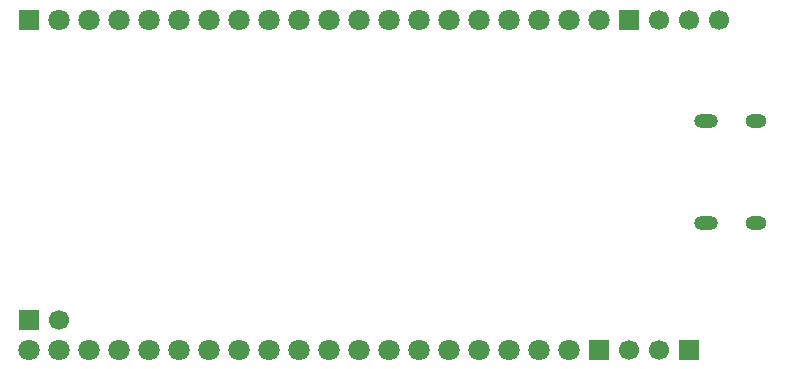
<source format=gbs>
G04 Layer: BottomSolderMaskLayer*
G04 EasyEDA Pro v2.2.27.1, 2024-09-15 10:59:50*
G04 Gerber Generator version 0.3*
G04 Scale: 100 percent, Rotated: No, Reflected: No*
G04 Dimensions in millimeters*
G04 Leading zeros omitted, absolute positions, 3 integers and 5 decimals*
%TF.GenerationSoftware,KiCad,Pcbnew,8.0.5*%
%TF.CreationDate,2024-09-23T12:45:29+08:00*%
%TF.ProjectId,li-chuang-di-wen-xing-cw32f030c8t6-kai-fa-ban,6c692d63-6875-4616-9e67-2d64692d7765,rev?*%
%TF.SameCoordinates,Original*%
%TF.FileFunction,Soldermask,Bot*%
%TF.FilePolarity,Negative*%
%FSLAX46Y46*%
G04 Gerber Fmt 4.6, Leading zero omitted, Abs format (unit mm)*
G04 Created by KiCad (PCBNEW 8.0.5) date 2024-09-23 12:45:29*
%MOMM*%
%LPD*%
G01*
G04 APERTURE LIST*
%ADD10R,1.800000X1.800000*%
%ADD11C,1.800000*%
%ADD12R,1.700000X1.700000*%
%ADD13C,1.700000*%
%ADD14O,2.000000X1.200000*%
%ADD15O,1.800000X1.200000*%
G04 APERTURE END LIST*
D10*
%TO.C,H2*%
X118110000Y-100330000D03*
D11*
X115570000Y-100330000D03*
X113030000Y-100330000D03*
X110490000Y-100330000D03*
X107950000Y-100330000D03*
X105410000Y-100330000D03*
X102870000Y-100330000D03*
X100330000Y-100330000D03*
X97790000Y-100330000D03*
X95250000Y-100330000D03*
X92710000Y-100330000D03*
X90170000Y-100330000D03*
X87630000Y-100330000D03*
X85090000Y-100330000D03*
X82550000Y-100330000D03*
X80010000Y-100330000D03*
X77470000Y-100330000D03*
X74930000Y-100330000D03*
X72390000Y-100330000D03*
X69850000Y-100330000D03*
%TD*%
D10*
%TO.C,H3*%
X69850000Y-72390000D03*
D11*
X72390000Y-72390000D03*
X74930000Y-72390000D03*
X77470000Y-72390000D03*
X80010000Y-72390000D03*
X82550000Y-72390000D03*
X85090000Y-72390000D03*
X87630000Y-72390000D03*
X90170000Y-72390000D03*
X92710000Y-72390000D03*
X95250000Y-72390000D03*
X97790000Y-72390000D03*
X100330000Y-72390000D03*
X102870000Y-72390000D03*
X105410000Y-72390000D03*
X107950000Y-72390000D03*
X110490000Y-72390000D03*
X113030000Y-72390000D03*
X115570000Y-72390000D03*
X118110000Y-72390000D03*
%TD*%
D12*
%TO.C,H1*%
X125730000Y-100330000D03*
D13*
X123190000Y-100330000D03*
X120650000Y-100330000D03*
%TD*%
D14*
%TO.C,USB1*%
X127175000Y-89635000D03*
D15*
X131375000Y-89635000D03*
D14*
X127175000Y-80985000D03*
D15*
X131375000Y-80985000D03*
%TD*%
D12*
%TO.C,H6*%
X69850000Y-97790000D03*
D13*
X72390000Y-97790000D03*
%TD*%
D12*
%TO.C,H4*%
X120650000Y-72390000D03*
D13*
X123190000Y-72390000D03*
X125730000Y-72390000D03*
X128270000Y-72390000D03*
%TD*%
M02*

</source>
